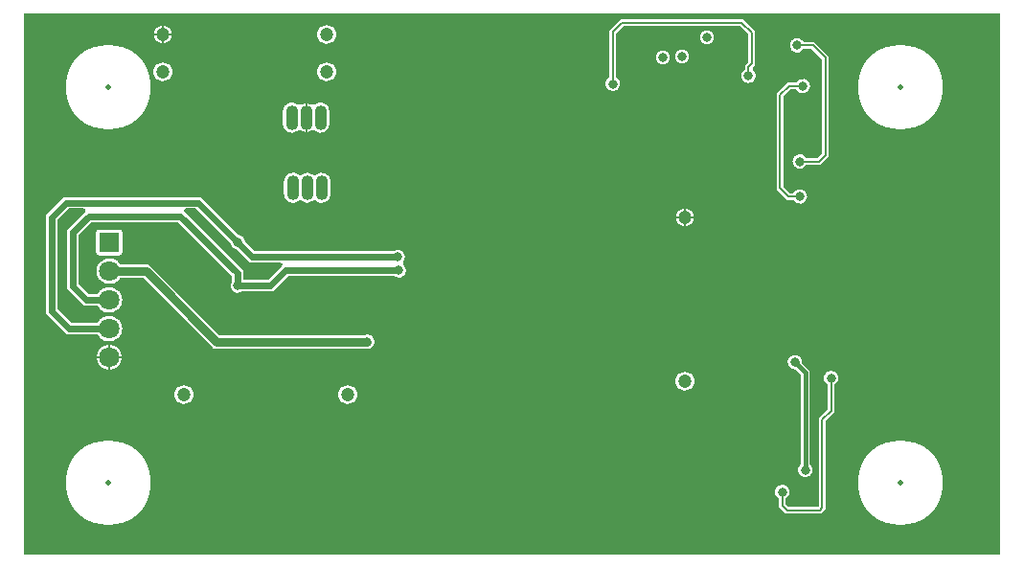
<source format=gbl>
G04 ================== begin FILE IDENTIFICATION RECORD ==================*
G04 Layout Name:  E:/FACOMSA/allegro/TFG_RECEIVER_0V5.brd*
G04 Film Name:    PCB_ReceiverBOTTOM*
G04 File Format:  Gerber RS274X*
G04 File Origin:  Cadence Allegro 17.0-S002*
G04 Origin Date:  Mon Mar 27 20:28:53 2023*
G04 *
G04 Layer:  VIA CLASS/BOTTOM*
G04 Layer:  PIN/BOTTOM*
G04 Layer:  ETCH/BOTTOM*
G04 *
G04 Offset:    (0.0000 0.0000)*
G04 Mirror:    No*
G04 Mode:      Positive*
G04 Rotation:  0*
G04 FullContactRelief:  No*
G04 UndefLineWidth:     0.0000*
G04 ================== end FILE IDENTIFICATION RECORD ====================*
%FSAX34Y34*MOMM*%
%IR0*IPPOS*OFA0.00000B0.00000*MIA0B0*SFA1.00000B1.00000*%
%ADD11C,.5*%
%ADD10C,.8*%
%ADD15O,1.1X2.2*%
%ADD14C,1.2*%
%ADD12C,1.8*%
%ADD13R,1.8X1.8*%
%ADD16C,.2*%
%ADD17C,.4*%
%ADD18C,.6*%
%ADD23C,1.3004*%
%ADD20C,2.2004*%
%ADD22C,1.6004*%
%ADD21C,1.7004*%
%ADD19C,7.5008*%
G75*
%LPD*%
G75*
G36*
G01X0076000Y0021000D02*
Y0499000D01*
X0938000D01*
Y0021000D01*
X0076000D01*
G37*
%LPC*%
G75*
G36*
G01X0139498Y0287800D02*
Y0305800D01*
G02X0142000Y0308302I0002502J0D01*
G01X0160000D01*
G02X0162502Y0305800I0J-0002502D01*
G01Y0287800D01*
G02X0160000Y0285298I-0002502J0D01*
G01X0142000D01*
G02X0139498Y0287800I0J0002502D01*
G37*
G36*
G01X0715998Y0480757D02*
X0708757Y0487998D01*
X0605243D01*
X0599002Y0481757D01*
Y0442767D01*
G02X0592998I-0003002J-0005767D01*
G01Y0484243D01*
X0602757Y0494002D01*
X0711243D01*
X0722002Y0483243D01*
Y0453757D01*
X0720117Y0451871D01*
G03X0720230Y0448938I0001414J-0001414D01*
G02X0712998Y0449767I-0004230J-0004938D01*
G01Y0453243D01*
X0715998Y0456243D01*
Y0480757D01*
G37*
G36*
G01X0320290Y0395781D02*
G03X0317687Y0395703I-0001256J-0001556D01*
G02X0304298Y0401620I-0005387J0005917D01*
G01Y0412620D01*
G02X0317687Y0418537I0008002J0D01*
G03X0320290Y0418459I0001347J0001478D01*
G02X0329710I0004710J-0005839D01*
G03X0332313Y0418537I0001256J0001556D01*
G02X0345702Y0412620I0005387J-0005917D01*
G01Y0401620D01*
G02X0332313Y0395703I-0008002J0D01*
G03X0329710Y0395781I-0001347J-0001478D01*
G02X0320290I-0004710J0005839D01*
G37*
G36*
G01X0777157Y0371402D02*
X0780998Y0375243D01*
Y0458757D01*
X0771757Y0467998D01*
X0764767D01*
G02Y0474002I-0005767J0003002D01*
G01X0774243D01*
X0787002Y0461243D01*
Y0372757D01*
X0779643Y0365398D01*
X0767167D01*
G02Y0371402I-0005767J0003002D01*
G01X0777157D01*
G37*
G36*
G01X0320355Y0333948D02*
G03X0318945I-0000705J-0000709D01*
G02X0305298Y0339620I-0005645J0005672D01*
G01Y0350620D01*
G02X0318945Y0356292I0008002J0D01*
G03X0320355I0000705J0000709D01*
G02X0331645I0005645J-0005672D01*
G03X0333055I0000705J0000709D01*
G02X0346702Y0350620I0005645J-0005672D01*
G01Y0339620D01*
G02X0333055Y0333948I-0008002J0D01*
G03X0331645I-0000705J-0000709D01*
G02X0320355I-0005645J0005672D01*
G37*
G36*
G01X0750357Y0334398D02*
X0740998Y0343757D01*
Y0428243D01*
X0750757Y0438002D01*
X0758233D01*
G02Y0431998I0005767J-0003002D01*
G01X0753243D01*
X0747002Y0425757D01*
Y0346243D01*
X0752843Y0340402D01*
X0755633D01*
G02Y0334398I0005767J-0003002D01*
G01X0750357D01*
G37*
G36*
G01X0117472Y0225602D02*
X0140643D01*
G02Y0215598I0010357J-0005002D01*
G01X0113328D01*
X0094998Y0233928D01*
Y0321072D01*
X0110928Y0337002D01*
X0231572D01*
X0265090Y0303484D01*
X0265420Y0303437D01*
G02X0270937Y0297920I-0000920J-0006437D01*
G01X0270984Y0297590D01*
X0279572Y0289002D01*
X0401846D01*
G02X0410957Y0279793I0004153J-0005002D01*
G03X0411192Y0276970I0001525J-0001294D01*
G02X0402846Y0266998I-0004192J-0004970D01*
G01X0309072D01*
X0295572Y0253498D01*
X0268654D01*
G02X0259498Y0262654I-0004154J0005002D01*
G01Y0267428D01*
X0211928Y0314998D01*
X0135072D01*
X0124002Y0303928D01*
Y0260072D01*
X0133072Y0251002D01*
X0140643D01*
G02Y0240998I0010357J-0005002D01*
G01X0128928D01*
X0113998Y0255928D01*
Y0308072D01*
X0129510Y0323584D01*
G03X0128096Y0326998I-0001414J0001414D01*
G01X0115072D01*
X0105002Y0316928D01*
Y0238072D01*
X0117472Y0225602D01*
G37*
G36*
G01X0248486Y0215002D02*
X0376493D01*
X0376666Y0215069D01*
G02Y0202931I0002334J-0006069D01*
G01X0376493Y0202998D01*
X0243514D01*
X0181114Y0265398D01*
X0160812D01*
G02Y0277402I-0009812J0006002D01*
G01X0186086D01*
X0248486Y0215002D01*
G37*
G36*
G01X0763467Y0190193D02*
X0770162Y0183498D01*
Y0100776D01*
G02X0762158I-0004002J-0005124D01*
G01Y0180182D01*
X0757807Y0184533D01*
X0757361Y0184508D01*
G02X0763492Y0190639I-0000361J0006492D01*
G01X0763467Y0190193D01*
G37*
G36*
G01X0784002Y0060757D02*
X0780243Y0056998D01*
X0748757D01*
X0742838Y0062917D01*
Y0070581D01*
G02X0748842I0003002J0005767D01*
G01Y0065403D01*
X0751243Y0063002D01*
X0777757D01*
X0777998Y0063243D01*
Y0141243D01*
X0785998Y0149243D01*
Y0171233D01*
G02X0792002I0003002J0005767D01*
G01Y0146757D01*
X0784002Y0138757D01*
Y0060757D01*
G37*
G54D23*
X0640000Y0460000D03*
X0679000Y0478000D03*
X0657000Y0461000D03*
G54D20*
X0151000Y0195200D03*
G54D22*
X0198000Y0481000D03*
X0660000Y0319000D03*
G54D21*
X0217000Y0162000D03*
X0198000Y0448000D03*
X0362000Y0162000D03*
X0343000Y0448000D03*
Y0481000D03*
X0660000Y0174000D03*
G54D19*
X0149999Y0083983D03*
Y0433983D03*
X0849999Y0083983D03*
Y0433983D03*
%LPD*%
G75*
G36*
G01X0269502Y0263502D02*
Y0271572D01*
X0217490Y0323584D01*
G02X0218904Y0326998I0001414J0001414D01*
G01X0227428D01*
X0258016Y0296410D01*
X0258063Y0296080D01*
G03X0263580Y0290563I0006437J0000920D01*
G01X0263910Y0290516D01*
X0275428Y0278998D01*
X0302096D01*
G02X0303510Y0275584I0J-0002000D01*
G01X0291428Y0263502D01*
X0269502D01*
G37*
G36*
G01X0712445Y0438555D02*
X0716000Y0435000D01*
Y0391000D01*
X0713000Y0388000D01*
X0702000D01*
X0697000Y0383000D01*
Y0358000D01*
X0692000Y0353000D01*
X0630000D01*
X0623000Y0360000D01*
Y0449000D01*
X0627000Y0453000D01*
X0698000D01*
X0710555Y0440445D01*
X0710609Y0440365D01*
G03X0712365Y0438609I0005391J0003635D01*
G01X0712445Y0438555D01*
G37*
G54D10*
G01X0151000Y0271400D02*
X0183600D01*
X0246000Y0209000D01*
X0379000D01*
X0084300Y0057400D03*
Y0042400D03*
Y0027400D03*
Y0117400D03*
Y0102400D03*
Y0087400D03*
Y0072400D03*
X0103600Y0172000D03*
X0118600D03*
X0103600Y0157000D03*
X0118600D03*
X0084300Y0177400D03*
Y0162400D03*
Y0147400D03*
Y0132400D03*
Y0252400D03*
Y0237400D03*
Y0222400D03*
Y0207400D03*
Y0192400D03*
Y0312400D03*
Y0297400D03*
Y0282400D03*
Y0267400D03*
X0109900Y0367900D03*
Y0352900D03*
X0084300Y0372400D03*
Y0357400D03*
Y0342400D03*
Y0327400D03*
Y0447400D03*
Y0432400D03*
Y0417400D03*
Y0402400D03*
Y0387400D03*
Y0492400D03*
Y0477400D03*
Y0462400D03*
X0133600Y0172000D03*
X0148600D03*
X0163600D03*
X0178600D03*
X0133600Y0157000D03*
X0148600D03*
X0163600D03*
X0178600D03*
X0139900Y0367900D03*
X0154900D03*
X0169900D03*
X0184900D03*
X0124900D03*
X0139900Y0352900D03*
X0154900D03*
X0169900D03*
X0184900D03*
X0124900D03*
X0209700Y0030200D03*
X0224700D03*
X0239700D03*
X0194600Y0031000D03*
X0218100Y0062500D03*
X0233100D03*
X0248100D03*
X0206300Y0178000D03*
X0221300D03*
X0236300D03*
X0251300D03*
X0191300D03*
X0206300Y0193000D03*
X0221300D03*
X0236300D03*
X0251300D03*
X0191300D03*
X0284700Y0030200D03*
X0299700D03*
X0314700D03*
X0254700D03*
X0269700D03*
X0293100Y0062500D03*
X0308100D03*
X0263100D03*
X0278100D03*
X0266300Y0178000D03*
Y0193000D03*
X0264500Y0258500D03*
Y0297000D03*
X0288800Y0375000D03*
Y0360000D03*
X0258800Y0375000D03*
X0273800D03*
X0258800Y0360000D03*
X0273800D03*
X0288800Y0345000D03*
Y0330000D03*
X0258800Y0345000D03*
X0273800D03*
X0258800Y0330000D03*
X0273800D03*
X0288800Y0435000D03*
X0258800D03*
X0273800D03*
X0288800Y0420000D03*
Y0405000D03*
Y0390000D03*
X0258800Y0420000D03*
X0273800D03*
X0258800Y0405000D03*
X0273800D03*
X0258800Y0390000D03*
X0273800D03*
X0359700Y0030200D03*
X0374700D03*
X0329700D03*
X0344700D03*
X0368100Y0062500D03*
X0383100D03*
X0323100D03*
X0338100D03*
X0353100D03*
X0379000Y0209000D03*
X0358200Y0379700D03*
X0373200D03*
X0358200Y0364700D03*
X0373200D03*
X0376300Y0440700D03*
Y0425700D03*
Y0410700D03*
X0358200Y0394700D03*
X0373200D03*
X0376300Y0485700D03*
Y0470700D03*
Y0455700D03*
X0434700Y0030200D03*
X0449700D03*
X0389700D03*
X0404700D03*
X0419700D03*
X0443100Y0062500D03*
X0398100D03*
X0413100D03*
X0428100D03*
X0446000Y0185000D03*
Y0167000D03*
Y0239000D03*
Y0221000D03*
Y0203000D03*
Y0275000D03*
Y0257000D03*
X0407000Y0272000D03*
X0406000Y0284000D03*
X0388200Y0379700D03*
Y0364700D03*
X0391300Y0440700D03*
Y0425700D03*
Y0410700D03*
X0388200Y0394700D03*
X0391300Y0485700D03*
Y0470700D03*
Y0455700D03*
X0509700Y0030200D03*
X0464700D03*
X0479700D03*
X0494700D03*
X0458100Y0062500D03*
X0473100D03*
X0488100D03*
X0503100D03*
X0464000Y0185000D03*
Y0167000D03*
X0482000D03*
X0500000D03*
Y0221000D03*
X0482000Y0203000D03*
X0500000Y0239000D03*
X0482000Y0221000D03*
X0500000Y0203000D03*
X0482000Y0239000D03*
X0464000Y0275000D03*
X0482000D03*
X0500000D03*
X0524700Y0030200D03*
X0539700D03*
X0554700D03*
X0569700D03*
X0518100Y0062500D03*
X0533100D03*
X0548100D03*
X0563100D03*
X0578100D03*
X0554000Y0185000D03*
X0518000Y0167000D03*
X0536000D03*
X0554000D03*
Y0239000D03*
Y0221000D03*
Y0203000D03*
X0518000D03*
Y0221000D03*
Y0239000D03*
Y0275000D03*
X0536000D03*
X0554000D03*
Y0257000D03*
X0599700Y0030200D03*
X0584700D03*
X0637600Y0122600D03*
Y0107600D03*
X0592700Y0123400D03*
X0607700D03*
X0622700D03*
X0592700Y0108400D03*
X0607700D03*
X0622700D03*
X0592700Y0093400D03*
X0607700D03*
X0622700D03*
X0592700Y0078400D03*
X0607700D03*
X0622700D03*
X0593100Y0062500D03*
X0608100D03*
X0637600Y0137600D03*
X0592700Y0138400D03*
X0607700D03*
X0622700D03*
X0599800Y0307600D03*
X0614800D03*
X0629800D03*
X0599800Y0292600D03*
X0614800D03*
X0629800D03*
X0599800Y0277600D03*
X0614800D03*
X0629800D03*
X0599800Y0322600D03*
X0614800D03*
X0629800D03*
X0645000Y0377000D03*
X0631000Y0378000D03*
X0632000Y0364000D03*
X0645000Y0410000D03*
Y0391000D03*
X0631000Y0446000D03*
Y0428000D03*
Y0410000D03*
Y0392000D03*
X0596000Y0437000D03*
X0640000Y0460000D03*
X0652600Y0122600D03*
Y0107600D03*
Y0137600D03*
X0676600Y0253400D03*
X0691600D03*
X0706600D03*
X0676600Y0238400D03*
X0691600D03*
X0706600D03*
X0676600Y0223400D03*
X0691600D03*
X0706600D03*
X0676600Y0313400D03*
X0691600D03*
X0706600D03*
X0676600Y0298400D03*
X0691600D03*
X0706600D03*
X0676600Y0283400D03*
X0691600D03*
X0706600D03*
X0676600Y0268400D03*
X0691600D03*
X0706600D03*
X0676600Y0328400D03*
X0691600D03*
X0706600D03*
X0690000Y0376000D03*
X0659000D03*
X0691000Y0364000D03*
X0646000D03*
X0659000Y0390000D03*
X0681000Y0420000D03*
X0679000Y0478000D03*
X0657000Y0461000D03*
X0744900Y0051200D03*
X0759900D03*
X0774900D03*
X0744900Y0036200D03*
X0759900D03*
X0774900D03*
X0729900Y0051200D03*
Y0036200D03*
X0745840Y0076348D03*
X0766160Y0095652D03*
X0757000Y0191000D03*
X0761400Y0337400D03*
Y0368400D03*
X0764000Y0435000D03*
X0716000Y0444000D03*
X0752900Y0483500D03*
X0767900D03*
X0758200Y0493400D03*
X0773200D03*
X0743000D03*
X0728000D03*
X0759000Y0471000D03*
X0789900Y0051200D03*
Y0036200D03*
X0789000Y0177000D03*
X0783100Y0472400D03*
X0798100D03*
X0789100Y0493200D03*
X0804100D03*
X0782300Y0483700D03*
X0797300D03*
X0902500Y0483400D03*
X0894100Y0493100D03*
X0907200Y0393600D03*
X0922200D03*
X0915500Y0414400D03*
X0930500D03*
X0916500Y0448300D03*
X0931500D03*
X0915500Y0433800D03*
X0930500D03*
X0915000Y0462500D03*
X0930000D03*
X0910600Y0474600D03*
X0925600D03*
X0917500Y0483400D03*
X0909100Y0493100D03*
G54D11*
X0150000Y0084000D03*
Y0434000D03*
X0850000Y0084000D03*
Y0434000D03*
G54D12*
X0151000Y0195200D03*
Y0220600D03*
Y0246000D03*
Y0271400D03*
G54D13*
Y0296800D03*
G54D14*
X0217000Y0162000D03*
X0198000Y0448000D03*
Y0481000D03*
X0362000Y0162000D03*
X0343000Y0448000D03*
Y0481000D03*
X0660000Y0174000D03*
Y0319000D03*
G54D15*
X0313300Y0345120D03*
X0312300Y0407120D03*
X0326000Y0345120D03*
X0338700D03*
X0325000Y0407120D03*
X0337700D03*
G54D16*
G01X0151000Y0183198D02*
Y0195200D01*
G01D02*
Y0207202D01*
G01X0138998Y0195200D02*
X0151000D01*
G01D02*
X0163002D01*
G01X0198000Y0471998D02*
Y0481000D01*
G01D02*
Y0490002D01*
G01X0188998Y0481000D02*
X0198000D01*
G01D02*
X0207002D01*
G01X0325000Y0393118D02*
Y0407120D01*
G01D02*
Y0421122D01*
G01X0716000Y0444000D02*
Y0452000D01*
X0719000Y0455000D01*
Y0482000D01*
X0710000Y0491000D01*
X0604000D01*
X0596000Y0483000D01*
Y0437000D01*
G01X0660000Y0309998D02*
Y0319000D01*
G01D02*
Y0328002D01*
G01X0650998Y0319000D02*
X0660000D01*
G01D02*
X0669002D01*
G01X0745840Y0076348D02*
Y0064160D01*
X0750000Y0060000D01*
X0779000D01*
X0781000Y0062000D01*
Y0140000D01*
X0789000Y0148000D01*
Y0177000D01*
G01X0761400Y0337400D02*
X0751600D01*
X0744000Y0345000D01*
Y0427000D01*
X0752000Y0435000D01*
X0764000D01*
G01X0761400Y0368400D02*
X0778400D01*
X0784000Y0374000D01*
Y0460000D01*
X0773000Y0471000D01*
X0759000D01*
G54D17*
G01X0766160Y0095652D02*
Y0181840D01*
X0757000Y0191000D01*
G54D18*
G01X0151000Y0220600D02*
X0115400D01*
X0100000Y0236000D01*
Y0319000D01*
X0113000Y0332000D01*
X0229500D01*
X0264500Y0297000D01*
G01X0151000Y0246000D02*
X0131000D01*
X0119000Y0258000D01*
Y0306000D01*
X0133000Y0320000D01*
X0214000D01*
X0264500Y0269500D01*
Y0258500D01*
G01X0407000Y0272000D02*
X0307000D01*
X0293500Y0258500D01*
X0264500D01*
G01X0406000Y0284000D02*
X0277500D01*
X0264500Y0297000D01*
M02*

</source>
